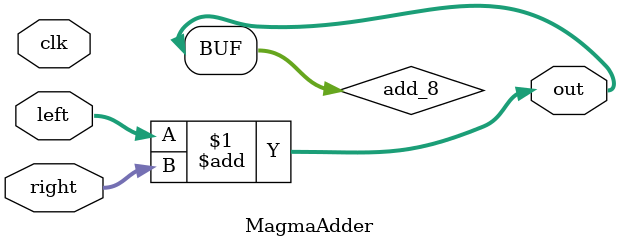
<source format=sv>
module MagmaAdder(
  input wire [31:0] left,
  input wire [31:0] right,
  input wire clk,
  output wire [31:0] out
);
  wire [31:0] add_8;
  assign add_8 = left + right;
  assign out = add_8;
endmodule

</source>
